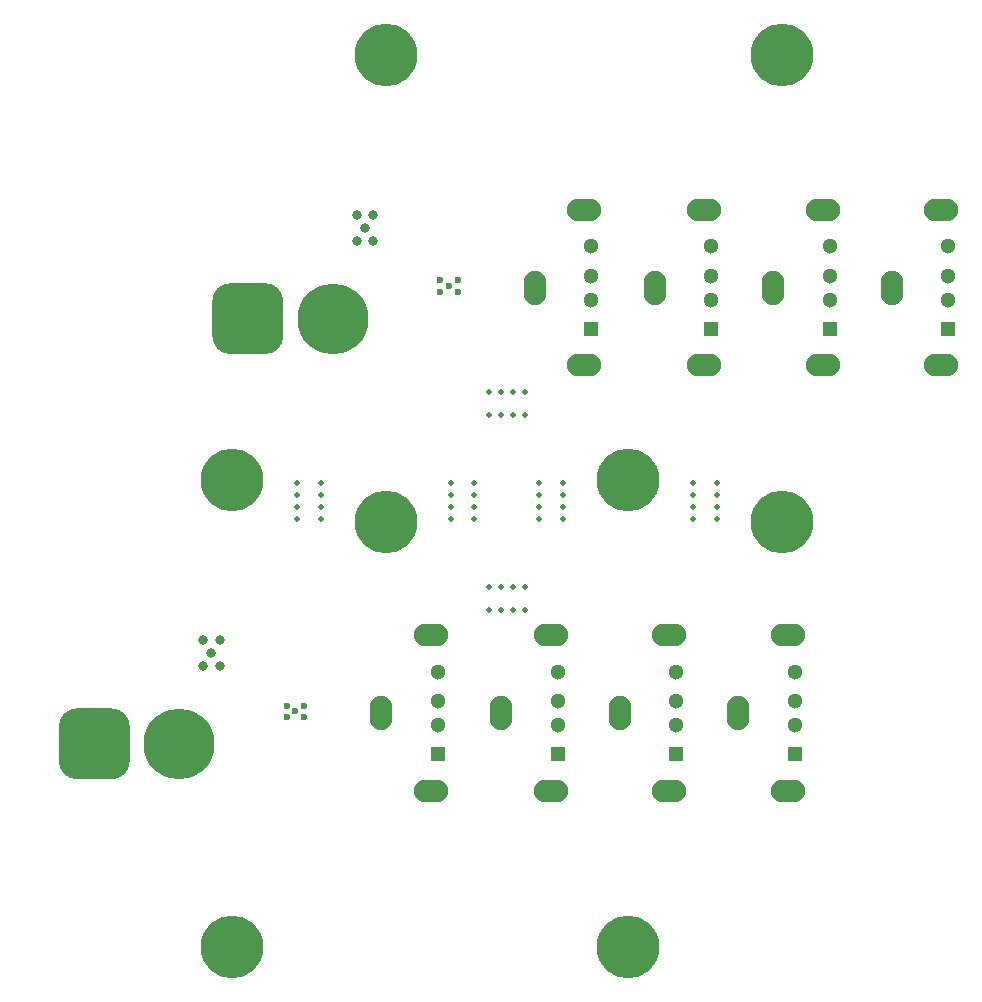
<source format=gbr>
%TF.GenerationSoftware,KiCad,Pcbnew,(5.1.7)-1*%
%TF.CreationDate,2020-12-15T13:18:26+01:00*%
%TF.ProjectId,panel_my_little_poly_v01,70616e65-6c5f-46d7-995f-6c6974746c65,rev?*%
%TF.SameCoordinates,Original*%
%TF.FileFunction,Soldermask,Bot*%
%TF.FilePolarity,Negative*%
%FSLAX46Y46*%
G04 Gerber Fmt 4.6, Leading zero omitted, Abs format (unit mm)*
G04 Created by KiCad (PCBNEW (5.1.7)-1) date 2020-12-15 13:18:26*
%MOMM*%
%LPD*%
G01*
G04 APERTURE LIST*
%ADD10C,0.500000*%
%ADD11C,0.800000*%
%ADD12C,5.300000*%
%ADD13R,1.300000X1.300000*%
%ADD14C,1.300000*%
%ADD15O,2.900000X1.900000*%
%ADD16O,1.900000X2.900000*%
%ADD17C,0.600000*%
%ADD18C,6.000000*%
G04 APERTURE END LIST*
D10*
%TO.C,REF\u002A\u002A*%
X72750000Y-44500000D03*
X73750000Y-44500000D03*
X74750000Y-44500000D03*
X71750000Y-44500000D03*
X71750000Y-42500000D03*
X74750000Y-42500000D03*
X73750000Y-42500000D03*
X72750000Y-42500000D03*
%TD*%
%TO.C,REF\u002A\u002A*%
X72750000Y-59000000D03*
X73750000Y-59000000D03*
X74750000Y-59000000D03*
X71750000Y-59000000D03*
X71750000Y-61000000D03*
X74750000Y-61000000D03*
X73750000Y-61000000D03*
X72750000Y-61000000D03*
%TD*%
%TO.C,REF\u002A\u002A*%
X91000000Y-51250000D03*
X91000000Y-52250000D03*
X91000000Y-53250000D03*
X91000000Y-50250000D03*
X89000000Y-50250000D03*
X89000000Y-53250000D03*
X89000000Y-52250000D03*
X89000000Y-51250000D03*
%TD*%
%TO.C,REF\u002A\u002A*%
X78000000Y-51250000D03*
X78000000Y-52250000D03*
X78000000Y-53250000D03*
X78000000Y-50250000D03*
X76000000Y-50250000D03*
X76000000Y-53250000D03*
X76000000Y-52250000D03*
X76000000Y-51250000D03*
%TD*%
%TO.C,REF\u002A\u002A*%
X70500000Y-51250000D03*
X70500000Y-52250000D03*
X70500000Y-53250000D03*
X70500000Y-50250000D03*
X68500000Y-50250000D03*
X68500000Y-53250000D03*
X68500000Y-52250000D03*
X68500000Y-51250000D03*
%TD*%
%TO.C,REF\u002A\u002A*%
X55500000Y-51250000D03*
X55500000Y-52250000D03*
X55500000Y-53250000D03*
X55500000Y-50250000D03*
X57500000Y-50250000D03*
X57500000Y-53250000D03*
X57500000Y-52250000D03*
X57500000Y-51250000D03*
%TD*%
D11*
%TO.C,U102*%
X61912000Y-29728500D03*
X60512000Y-29728500D03*
X60512000Y-27528500D03*
X61912000Y-27528500D03*
X61212000Y-28628500D03*
%TD*%
D12*
%TO.C,H104*%
X96500000Y-14000000D03*
%TD*%
%TO.C,H103*%
X63000000Y-14000000D03*
%TD*%
%TO.C,H102*%
X96500000Y-53500000D03*
%TD*%
%TO.C,H101*%
X63000000Y-53500000D03*
%TD*%
D13*
%TO.C,J105*%
X110615000Y-37201000D03*
D14*
X110615000Y-34701000D03*
X110615000Y-32701000D03*
X110615000Y-30201000D03*
D15*
X110015000Y-40271000D03*
X110015000Y-27131000D03*
D16*
X105835000Y-33701000D03*
%TD*%
D13*
%TO.C,J104*%
X100582000Y-37201000D03*
D14*
X100582000Y-34701000D03*
X100582000Y-32701000D03*
X100582000Y-30201000D03*
D15*
X99982000Y-40271000D03*
X99982000Y-27131000D03*
D16*
X95802000Y-33701000D03*
%TD*%
D13*
%TO.C,J103*%
X90549000Y-37201000D03*
D14*
X90549000Y-34701000D03*
X90549000Y-32701000D03*
X90549000Y-30201000D03*
D15*
X89949000Y-40271000D03*
X89949000Y-27131000D03*
D16*
X85769000Y-33701000D03*
%TD*%
D13*
%TO.C,J102*%
X80389000Y-37201000D03*
D14*
X80389000Y-34701000D03*
X80389000Y-32701000D03*
X80389000Y-30201000D03*
D15*
X79789000Y-40271000D03*
X79789000Y-27131000D03*
D16*
X75609000Y-33701000D03*
%TD*%
D17*
%TO.C,U101*%
X69090000Y-33067000D03*
X68340000Y-33567000D03*
X67590000Y-33067000D03*
X67590000Y-34067000D03*
X69090000Y-34067000D03*
%TD*%
D18*
%TO.C,J101*%
X58506000Y-36312000D03*
G36*
G01*
X48306000Y-37812000D02*
X48306000Y-34812000D01*
G75*
G02*
X49806000Y-33312000I1500000J0D01*
G01*
X52806000Y-33312000D01*
G75*
G02*
X54306000Y-34812000I0J-1500000D01*
G01*
X54306000Y-37812000D01*
G75*
G02*
X52806000Y-39312000I-1500000J0D01*
G01*
X49806000Y-39312000D01*
G75*
G02*
X48306000Y-37812000I0J1500000D01*
G01*
G37*
%TD*%
D11*
%TO.C,U102*%
X48912000Y-65728500D03*
X47512000Y-65728500D03*
X47512000Y-63528500D03*
X48912000Y-63528500D03*
X48212000Y-64628500D03*
%TD*%
D12*
%TO.C,H104*%
X83500000Y-50000000D03*
%TD*%
%TO.C,H103*%
X50000000Y-50000000D03*
%TD*%
%TO.C,H102*%
X83500000Y-89500000D03*
%TD*%
%TO.C,H101*%
X50000000Y-89500000D03*
%TD*%
D13*
%TO.C,J105*%
X97615000Y-73201000D03*
D14*
X97615000Y-70701000D03*
X97615000Y-68701000D03*
X97615000Y-66201000D03*
D15*
X97015000Y-76271000D03*
X97015000Y-63131000D03*
D16*
X92835000Y-69701000D03*
%TD*%
D13*
%TO.C,J104*%
X87582000Y-73201000D03*
D14*
X87582000Y-70701000D03*
X87582000Y-68701000D03*
X87582000Y-66201000D03*
D15*
X86982000Y-76271000D03*
X86982000Y-63131000D03*
D16*
X82802000Y-69701000D03*
%TD*%
D13*
%TO.C,J103*%
X77549000Y-73201000D03*
D14*
X77549000Y-70701000D03*
X77549000Y-68701000D03*
X77549000Y-66201000D03*
D15*
X76949000Y-76271000D03*
X76949000Y-63131000D03*
D16*
X72769000Y-69701000D03*
%TD*%
D13*
%TO.C,J102*%
X67389000Y-73201000D03*
D14*
X67389000Y-70701000D03*
X67389000Y-68701000D03*
X67389000Y-66201000D03*
D15*
X66789000Y-76271000D03*
X66789000Y-63131000D03*
D16*
X62609000Y-69701000D03*
%TD*%
D17*
%TO.C,U101*%
X56090000Y-69067000D03*
X55340000Y-69567000D03*
X54590000Y-69067000D03*
X54590000Y-70067000D03*
X56090000Y-70067000D03*
%TD*%
D18*
%TO.C,J101*%
X45506000Y-72312000D03*
G36*
G01*
X35306000Y-73812000D02*
X35306000Y-70812000D01*
G75*
G02*
X36806000Y-69312000I1500000J0D01*
G01*
X39806000Y-69312000D01*
G75*
G02*
X41306000Y-70812000I0J-1500000D01*
G01*
X41306000Y-73812000D01*
G75*
G02*
X39806000Y-75312000I-1500000J0D01*
G01*
X36806000Y-75312000D01*
G75*
G02*
X35306000Y-73812000I0J1500000D01*
G01*
G37*
%TD*%
M02*

</source>
